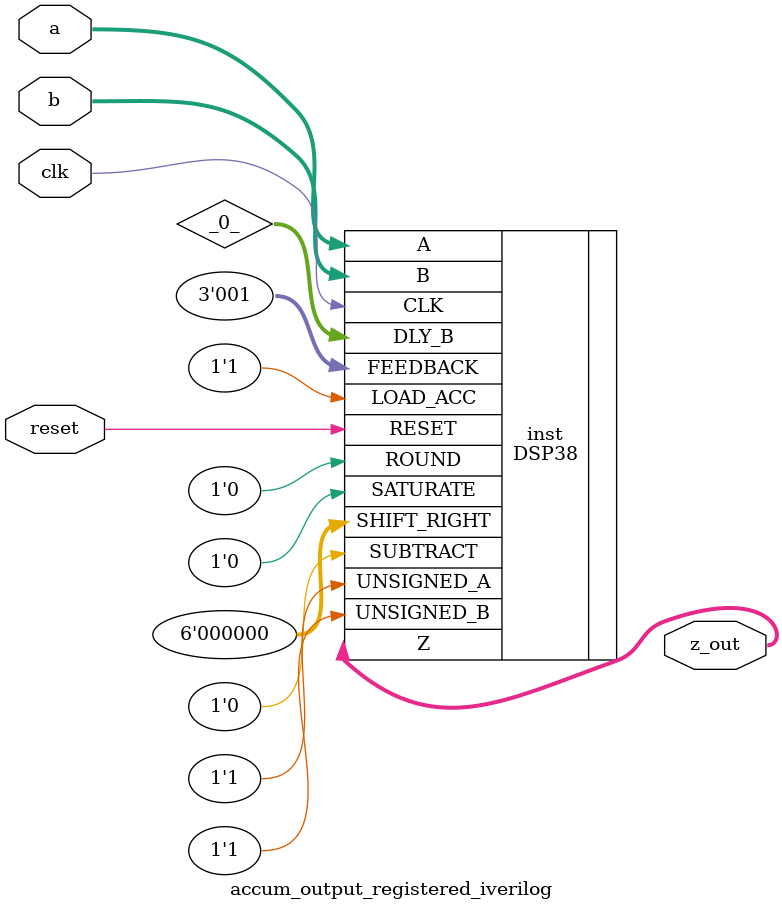
<source format=v>
/* Generated by Yosys 0.18+10 (git sha1 4e5aedd8e, gcc 11.2.1 -fPIC -Os) */

module accum_output_registered_iverilog(a, b, clk, reset, z_out);
  input [19:0] a;
  input [17:0] b;
  input clk;
  input reset;
  output [37:0] z_out;
  (* src = "/nfs_scratch/scratch/CompilerValidation/abdul_hameed/Compiler_Validation/RTL_testcases/iverilog_tests/accum_output_registered_iverilog/EDA-2269/./rtl/accum_output_registered_iverilog.v:14.9-16.102|/nfs_eda_sw/softwares/Raptor/instl_dir/11_17_2023_09_15_01/bin/../share/yosys/rapidsilicon/genesis3/dsp38_map.v:645.20-645.25" *)
  (* unused_bits = "0 1 2 3 4 5 6 7 8 9 10 11 12 13 14 15 16 17" *)
  wire [17:0] _0_;
  (* src = "/nfs_scratch/scratch/CompilerValidation/abdul_hameed/Compiler_Validation/RTL_testcases/iverilog_tests/accum_output_registered_iverilog/EDA-2269/./rtl/accum_output_registered_iverilog.v:2.21-2.22" *)
  (* src = "/nfs_scratch/scratch/CompilerValidation/abdul_hameed/Compiler_Validation/RTL_testcases/iverilog_tests/accum_output_registered_iverilog/EDA-2269/./rtl/accum_output_registered_iverilog.v:2.21-2.22" *)
  wire [19:0] a;
  (* src = "/nfs_scratch/scratch/CompilerValidation/abdul_hameed/Compiler_Validation/RTL_testcases/iverilog_tests/accum_output_registered_iverilog/EDA-2269/./rtl/accum_output_registered_iverilog.v:3.28-3.29" *)
  (* src = "/nfs_scratch/scratch/CompilerValidation/abdul_hameed/Compiler_Validation/RTL_testcases/iverilog_tests/accum_output_registered_iverilog/EDA-2269/./rtl/accum_output_registered_iverilog.v:3.28-3.29" *)
  wire [17:0] b;
  (* src = "/nfs_scratch/scratch/CompilerValidation/abdul_hameed/Compiler_Validation/RTL_testcases/iverilog_tests/accum_output_registered_iverilog/EDA-2269/./rtl/accum_output_registered_iverilog.v:4.13-4.16" *)
  (* src = "/nfs_scratch/scratch/CompilerValidation/abdul_hameed/Compiler_Validation/RTL_testcases/iverilog_tests/accum_output_registered_iverilog/EDA-2269/./rtl/accum_output_registered_iverilog.v:4.13-4.16" *)
  wire clk;
  (* src = "/nfs_scratch/scratch/CompilerValidation/abdul_hameed/Compiler_Validation/RTL_testcases/iverilog_tests/accum_output_registered_iverilog/EDA-2269/./rtl/accum_output_registered_iverilog.v:4.18-4.23" *)
  (* src = "/nfs_scratch/scratch/CompilerValidation/abdul_hameed/Compiler_Validation/RTL_testcases/iverilog_tests/accum_output_registered_iverilog/EDA-2269/./rtl/accum_output_registered_iverilog.v:4.18-4.23" *)
  wire reset;
  (* src = "/nfs_scratch/scratch/CompilerValidation/abdul_hameed/Compiler_Validation/RTL_testcases/iverilog_tests/accum_output_registered_iverilog/EDA-2269/./rtl/accum_output_registered_iverilog.v:5.28-5.33" *)
  (* src = "/nfs_scratch/scratch/CompilerValidation/abdul_hameed/Compiler_Validation/RTL_testcases/iverilog_tests/accum_output_registered_iverilog/EDA-2269/./rtl/accum_output_registered_iverilog.v:5.28-5.33" *)
  wire [37:0] z_out;
  (* module_not_derived = 32'h00000001 *)
  (* src = "/nfs_scratch/scratch/CompilerValidation/abdul_hameed/Compiler_Validation/RTL_testcases/iverilog_tests/accum_output_registered_iverilog/EDA-2269/./rtl/accum_output_registered_iverilog.v:14.9-16.102|/nfs_eda_sw/softwares/Raptor/instl_dir/11_17_2023_09_15_01/bin/../share/yosys/rapidsilicon/genesis3/dsp38_map.v:687.1-703.2" *)
  DSP38 #(
    .COEFF_0(20'h00000),
    .COEFF_1(20'h00000),
    .COEFF_2(20'h00000),
    .COEFF_3(20'h00000),
    .DSP_MODE("MULTIPLY_ACCUMULATE"),
    .INPUT_REG_EN("FALSE"),
    .OUTPUT_REG_EN("TRUE")
  ) inst (
    .A(a),
    .B(b),
    .CLK(clk),
    .DLY_B(_0_),
    .FEEDBACK(3'h1),
    .LOAD_ACC(1'h1),
    .RESET(reset),
    .ROUND(1'h0),
    .SATURATE(1'h0),
    .SHIFT_RIGHT(6'h00),
    .SUBTRACT(1'h0),
    .UNSIGNED_A(1'h1),
    .UNSIGNED_B(1'h1),
    .Z(z_out)
  );
endmodule

</source>
